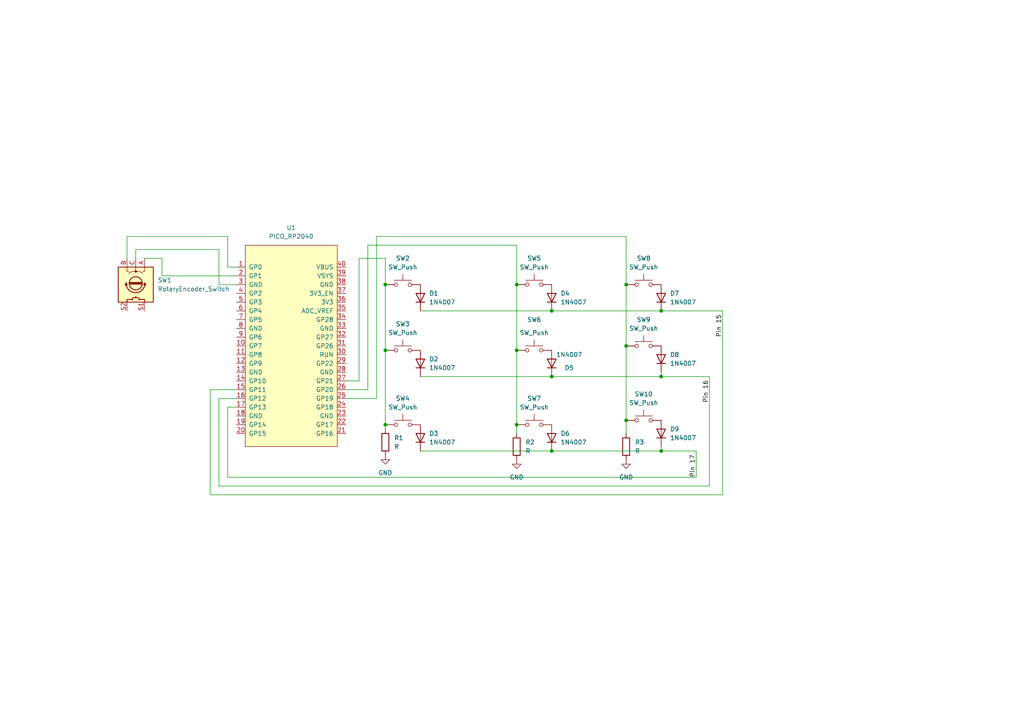
<source format=kicad_sch>
(kicad_sch (version 20211123) (generator eeschema)
  (paper "A4")
  (title_block (title "MacroPad") (date "2022-01-14") (rev "0.0.1") (comment 1 "Author: Shahriyar Shawon"))
  (lib_symbols
    (symbol "Device:R" (pin_numbers hide) (pin_names (offset 0))
      (property "Reference" "R" (at 2.032 0 90))
      (property "Value" "R" (at 0 0 90))
      (symbol "R_0_1"
        (rectangle (start -1.016 -2.54) (end 1.016 2.54) (stroke (width 0.254)))
      )
      (symbol "R_1_1"
        (pin passive line (at 0 3.81 270) (length 1.27) (name "~") (number "1"))
        (pin passive line (at 0 -3.81 90) (length 1.27) (name "~") (number "2"))
      )
    )
    (symbol "Device:RotaryEncoder_Switch" (pin_names (offset 0.254) hide)
      (property "Reference" "SW" (at 0 6.604 0))
      (property "Value" "RotaryEncoder_Switch" (at 0 -6.604 0))
      (symbol "RotaryEncoder_Switch_0_1"
        (rectangle (start -5.08 5.08) (end 5.08 -5.08) (stroke (width 0.254)) (fill (type background)))
        (circle (center -3.81 0) (radius 0.254) (fill (type outline)))
        (arc (start -0.381 -2.794) (mid 2.3622 -0.0635) (end -0.381 2.667) (stroke (width 0.254)))
        (circle (center -0.381 0) (radius 1.905) (stroke (width 0.254)))
        (polyline (pts (xy -0.635 -1.778) (xy -0.635 1.778)) (stroke (width 0.254)))
        (polyline (pts (xy -0.381 -1.778) (xy -0.381 1.778)) (stroke (width 0.254)))
        (polyline (pts (xy -0.127 1.778) (xy -0.127 -1.778)) (stroke (width 0.254)))
        (polyline (pts (xy 3.81 0) (xy 3.429 0)) (stroke (width 0.254)))
        (polyline (pts (xy 3.81 1.016) (xy 3.81 -1.016)) (stroke (width 0.254)))
        (polyline (pts (xy -5.08 -2.54) (xy -3.81 -2.54) (xy -3.81 -2.032)))
        (polyline (pts (xy -5.08 2.54) (xy -3.81 2.54) (xy -3.81 2.032)))
        (polyline (pts (xy 0.254 -3.048) (xy -0.508 -2.794) (xy 0.127 -2.413)) (stroke (width 0.254)))
        (polyline (pts (xy 0.254 2.921) (xy -0.508 2.667) (xy 0.127 2.286)) (stroke (width 0.254)))
        (polyline (pts (xy 5.08 -2.54) (xy 4.318 -2.54) (xy 4.318 -1.016)) (stroke (width 0.254)))
        (polyline (pts (xy 5.08 2.54) (xy 4.318 2.54) (xy 4.318 1.016)) (stroke (width 0.254)))
        (polyline (pts (xy -5.08 0) (xy -3.81 0) (xy -3.81 -1.016) (xy -3.302 -2.032)))
        (polyline (pts (xy -4.318 0) (xy -3.81 0) (xy -3.81 1.016) (xy -3.302 2.032)))
        (circle (center 4.318 -1.016) (radius 0.127) (stroke (width 0.254)))
        (circle (center 4.318 1.016) (radius 0.127) (stroke (width 0.254)))
      )
      (symbol "RotaryEncoder_Switch_1_1"
        (pin passive line (at -7.62 2.54 0) (length 2.54) (name "A") (number "A"))
        (pin passive line (at -7.62 -2.54 0) (length 2.54) (name "B") (number "B"))
        (pin passive line (at -7.62 0 0) (length 2.54) (name "C") (number "C"))
        (pin passive line (at 7.62 2.54 180) (length 2.54) (name "S1") (number "S1"))
        (pin passive line (at 7.62 -2.54 180) (length 2.54) (name "S2") (number "S2"))
      )
    )
    (symbol "Diode:1N4007" (pin_numbers hide) (pin_names (offset 1.016) hide)
      (property "Reference" "D" (at 0 2.54 0))
      (property "Value" "1N4007" (at 0 -2.54 0))
      (symbol "1N4007_0_1"
        (polyline (pts (xy -1.27 1.27) (xy -1.27 -1.27)) (stroke (width 0.254)))
        (polyline (pts (xy 1.27 0) (xy -1.27 0)))
        (polyline (pts (xy 1.27 1.27) (xy 1.27 -1.27) (xy -1.27 0) (xy 1.27 1.27)) (stroke (width 0.254)))
      )
      (symbol "1N4007_1_1"
        (pin passive line (at -3.81 0 0) (length 2.54) (name "K") (number "1"))
        (pin passive line (at 3.81 0 180) (length 2.54) (name "A") (number "2"))
      )
    )
    (symbol "Switch:SW_Push" (pin_numbers hide) (pin_names (offset 1.016) hide)
      (property "Reference" "SW" (at 1.27 2.54 0))
      (property "Value" "SW_Push" (at 0 -1.524 0))
      (symbol "SW_Push_0_1"
        (circle (center -2.032 0) (radius 0.508))
        (polyline (pts (xy 0 1.27) (xy 0 3.048)))
        (polyline (pts (xy 2.54 1.27) (xy -2.54 1.27)))
        (circle (center 2.032 0) (radius 0.508))
        (pin passive line (at -5.08 0 0) (length 2.54) (name "1") (number "1"))
        (pin passive line (at 5.08 0 180) (length 2.54) (name "2") (number "2"))
      )
    )
    (symbol "pico:PICO_RP2040" (pin_names (offset 1.016))
      (property "Reference" "U" (at -2.54 36.83 0))
      (property "Value" "PICO_RP2040" (at -1.27 33.02 0))
      (symbol "PICO_RP2040_0_1"
        (polyline (pts (xy -13.97 30.48) (xy 12.7 30.48) (xy 12.7 -27.94) (xy -13.97 -27.94) (xy -13.97 30.48)) (fill (type background)))
      )
      (symbol "PICO_RP2040_1_1"
        (pin tri_state line (at -16.51 24.13 0) (length 2.54) (name "GP0") (number "1"))
        (pin tri_state line (at -16.51 1.27 0) (length 2.54) (name "GP7") (number "10"))
        (pin tri_state line (at -16.51 -1.27 0) (length 2.54) (name "GP8") (number "11"))
        (pin tri_state line (at -16.51 -3.81 0) (length 2.54) (name "GP9") (number "12"))
        (pin input line (at -16.51 -6.35 0) (length 2.54) (name "GND") (number "13"))
        (pin tri_state line (at -16.51 -8.89 0) (length 2.54) (name "GP10") (number "14"))
        (pin tri_state line (at -16.51 -11.43 0) (length 2.54) (name "GP11") (number "15"))
        (pin tri_state line (at -16.51 -13.97 0) (length 2.54) (name "GP12") (number "16"))
        (pin tri_state line (at -16.51 -16.51 0) (length 2.54) (name "GP13") (number "17"))
        (pin input line (at -16.51 -19.05 0) (length 2.54) (name "GND") (number "18"))
        (pin tri_state line (at -16.51 -21.59 0) (length 2.54) (name "GP14") (number "19"))
        (pin tri_state line (at -16.51 21.59 0) (length 2.54) (name "GP1") (number "2"))
        (pin tri_state line (at -16.51 -24.13 0) (length 2.54) (name "GP15") (number "20"))
        (pin tri_state line (at 15.24 -24.13 180) (length 2.54) (name "GP16") (number "21"))
        (pin tri_state line (at 15.24 -21.59 180) (length 2.54) (name "GP17") (number "22"))
        (pin input line (at 15.24 -19.05 180) (length 2.54) (name "GND") (number "23"))
        (pin tri_state line (at 15.24 -16.51 180) (length 2.54) (name "GP18") (number "24"))
        (pin tri_state line (at 15.24 -13.97 180) (length 2.54) (name "GP19") (number "25"))
        (pin tri_state line (at 15.24 -11.43 180) (length 2.54) (name "GP20") (number "26"))
        (pin tri_state line (at 15.24 -8.89 180) (length 2.54) (name "GP21") (number "27"))
        (pin input line (at 15.24 -6.35 180) (length 2.54) (name "GND") (number "28"))
        (pin tri_state line (at 15.24 -3.81 180) (length 2.54) (name "GP22") (number "29"))
        (pin input line (at -16.51 19.05 0) (length 2.54) (name "GND") (number "3"))
        (pin input line (at 15.24 -1.27 180) (length 2.54) (name "RUN") (number "30"))
        (pin tri_state line (at 15.24 1.27 180) (length 2.54) (name "GP26") (number "31"))
        (pin tri_state line (at 15.24 3.81 180) (length 2.54) (name "GP27") (number "32"))
        (pin input line (at 15.24 6.35 180) (length 2.54) (name "GND") (number "33"))
        (pin tri_state line (at 15.24 8.89 180) (length 2.54) (name "GP28") (number "34"))
        (pin power_out line (at 15.24 11.43 180) (length 2.54) (name "ADC_VREF") (number "35"))
        (pin power_out line (at 15.24 13.97 180) (length 2.54) (name "3V3") (number "36"))
        (pin power_out line (at 15.24 16.51 180) (length 2.54) (name "3V3_EN") (number "37"))
        (pin input line (at 15.24 19.05 180) (length 2.54) (name "GND") (number "38"))
        (pin input line (at 15.24 21.59 180) (length 2.54) (name "VSYS") (number "39"))
        (pin tri_state line (at -16.51 16.51 0) (length 2.54) (name "GP2") (number "4"))
        (pin input line (at 15.24 24.13 180) (length 2.54) (name "VBUS") (number "40"))
        (pin tri_state line (at -16.51 13.97 0) (length 2.54) (name "GP3") (number "5"))
        (pin tri_state line (at -16.51 11.43 0) (length 2.54) (name "GP4") (number "6"))
        (pin tri_state line (at -16.51 8.89 0) (length 2.54) (name "GP5") (number "7"))
        (pin input line (at -16.51 6.35 0) (length 2.54) (name "GND") (number "8"))
        (pin tri_state line (at -16.51 3.81 0) (length 2.54) (name "GP6") (number "9"))
      )
    )
    (symbol "power:GND" (power) (pin_names (offset 0))
      (property "Value" "GND" (at 0 -3.81 0))
      (symbol "GND_0_1"
        (polyline (pts (xy 0 0) (xy 0 -1.27) (xy 1.27 -1.27) (xy 0 -2.54) (xy -1.27 -1.27) (xy 0 -1.27)))
      )
      (symbol "GND_1_1"
        (pin power_in line (at 0 0 270) (length 0) hide (name "GND") (number "1"))
      )
    )
  )
  (junction (at 160.02 130.81))
  (junction (at 111.76 101.6))
  (junction (at 160.02 109.22))
  (junction (at 181.61 100.33))
  (junction (at 191.77 130.81))
  (junction (at 191.77 90.17))
  (junction (at 160.02 90.17))
  (junction (at 149.86 82.55))
  (junction (at 111.76 82.55))
  (junction (at 181.61 121.92))
  (junction (at 181.61 82.55))
  (junction (at 149.86 123.19))
  (junction (at 149.86 101.6))
  (junction (at 111.76 123.19))
  (junction (at 191.77 109.22))
  (wire (pts (xy 111.76 74.93) (xy 104.14 74.93)))
  (wire (pts (xy 66.04 68.58) (xy 66.04 77.47)))
  (wire (pts (xy 111.76 82.55) (xy 111.76 74.93)))
  (wire (pts (xy 60.96 143.51) (xy 209.55 143.51)))
  (wire (pts (xy 106.68 71.12) (xy 149.86 71.12)))
  (wire (pts (xy 201.93 138.43) (xy 201.93 130.81)))
  (wire (pts (xy 111.76 101.6) (xy 111.76 123.19)))
  (wire (pts (xy 191.77 129.54) (xy 191.77 130.81)))
  (wire (pts (xy 66.04 138.43) (xy 66.04 118.11)))
  (wire (pts (xy 36.83 68.58) (xy 66.04 68.58)))
  (wire (pts (xy 191.77 107.95) (xy 191.77 109.22)))
  (wire (pts (xy 60.96 113.03) (xy 60.96 143.51)))
  (wire (pts (xy 209.55 143.51) (xy 209.55 90.17)))
  (wire (pts (xy 106.68 113.03) (xy 106.68 71.12)))
  (wire (pts (xy 121.92 90.17) (xy 160.02 90.17)))
  (wire (pts (xy 181.61 121.92) (xy 181.61 125.73)))
  (wire (pts (xy 209.55 90.17) (xy 191.77 90.17)))
  (wire (pts (xy 149.86 123.19) (xy 149.86 125.73)))
  (wire (pts (xy 181.61 68.58) (xy 181.61 82.55)))
  (wire (pts (xy 36.83 74.93) (xy 36.83 68.58)))
  (wire (pts (xy 104.14 74.93) (xy 104.14 110.49)))
  (wire (pts (xy 68.58 113.03) (xy 60.96 113.03)))
  (wire (pts (xy 160.02 90.17) (xy 191.77 90.17)))
  (wire (pts (xy 46.99 80.01) (xy 46.99 74.93)))
  (wire (pts (xy 100.33 113.03) (xy 106.68 113.03)))
  (wire (pts (xy 66.04 118.11) (xy 68.58 118.11)))
  (wire (pts (xy 111.76 82.55) (xy 111.76 101.6)))
  (wire (pts (xy 181.61 100.33) (xy 181.61 121.92)))
  (wire (pts (xy 63.5 140.97) (xy 205.74 140.97)))
  (wire (pts (xy 181.61 82.55) (xy 181.61 100.33)))
  (wire (pts (xy 121.92 130.81) (xy 160.02 130.81)))
  (wire (pts (xy 39.37 74.93) (xy 39.37 72.39)))
  (wire (pts (xy 149.86 82.55) (xy 149.86 101.6)))
  (wire (pts (xy 205.74 109.22) (xy 191.77 109.22)))
  (wire (pts (xy 149.86 101.6) (xy 149.86 123.19)))
  (wire (pts (xy 109.22 68.58) (xy 181.61 68.58)))
  (wire (pts (xy 39.37 72.39) (xy 63.5 72.39)))
  (wire (pts (xy 46.99 74.93) (xy 41.91 74.93)))
  (wire (pts (xy 66.04 138.43) (xy 201.93 138.43)))
  (wire (pts (xy 109.22 115.57) (xy 109.22 68.58)))
  (wire (pts (xy 66.04 77.47) (xy 68.58 77.47)))
  (wire (pts (xy 149.86 71.12) (xy 149.86 82.55)))
  (wire (pts (xy 63.5 82.55) (xy 68.58 82.55)))
  (wire (pts (xy 100.33 115.57) (xy 109.22 115.57)))
  (wire (pts (xy 111.76 123.19) (xy 111.76 124.46)))
  (wire (pts (xy 100.33 110.49) (xy 104.14 110.49)))
  (wire (pts (xy 191.77 109.22) (xy 160.02 109.22)))
  (wire (pts (xy 191.77 130.81) (xy 160.02 130.81)))
  (wire (pts (xy 68.58 115.57) (xy 63.5 115.57)))
  (wire (pts (xy 201.93 130.81) (xy 191.77 130.81)))
  (wire (pts (xy 205.74 140.97) (xy 205.74 109.22)))
  (wire (pts (xy 63.5 72.39) (xy 63.5 82.55)))
  (wire (pts (xy 121.92 109.22) (xy 160.02 109.22)))
  (wire (pts (xy 63.5 115.57) (xy 63.5 140.97)))
  (wire (pts (xy 46.99 80.01) (xy 68.58 80.01)))
  (label "Pin 15" (at 209.55 97.79 90))
  (label "Pin 17" (at 201.93 138.43 90))
  (label "Pin 16" (at 205.74 116.84 90))
  (symbol (lib_id "Diode:1N4007") (at 121.92 127 90) (unit 1)
    (property "Reference" "D3" (at 124.46 125.7299 90) (effects (justify right)))
    (property "Value" "1N4007" (at 124.46 128.2699 90) (effects (justify right)))
    (property "Footprint" "Diode_THT:D_DO-41_SOD81_P10.16mm_Horizontal" (effects hide))
    (property "Datasheet" "http://www.vishay.com/docs/88503/1n4001.pdf" (effects hide))
  )
  (symbol (lib_id "Switch:SW_Push") (at 154.94 101.6 0) (unit 1)
    (property "Reference" "SW6" (at 154.94 92.71 0))
    (property "Value" "SW_Push" (at 154.94 96.52 0))
    (property "Footprint" "Button_Switch_THT:KSA_Tactile_SPST" (effects hide))
  )
  (symbol (lib_id "Device:R") (at 111.76 128.27 0) (unit 1)
    (property "Reference" "R1" (at 114.3 126.9999 0) (effects (justify left)))
    (property "Value" "R" (at 114.3 129.5399 0) (effects (justify left)))
    (property "Footprint" "Resistor_THT:R_Axial_DIN0207_L6.3mm_D2.5mm_P7.62mm_Horizontal" (effects hide))
  )
  (symbol (lib_id "Diode:1N4007") (at 121.92 105.41 90) (unit 1)
    (property "Reference" "D2" (at 124.46 104.1399 90) (effects (justify right)))
    (property "Value" "1N4007" (at 124.46 106.6799 90) (effects (justify right)))
    (property "Footprint" "Diode_THT:D_DO-41_SOD81_P10.16mm_Horizontal" (effects hide))
    (property "Datasheet" "http://www.vishay.com/docs/88503/1n4001.pdf" (effects hide))
  )
  (symbol (lib_id "Switch:SW_Push") (at 154.94 123.19 0) (unit 1)
    (property "Reference" "SW7" (at 154.94 115.57 0))
    (property "Value" "SW_Push" (at 154.94 118.11 0))
    (property "Footprint" "Button_Switch_THT:KSA_Tactile_SPST" (effects hide))
  )
  (symbol (lib_id "Device:RotaryEncoder_Switch") (at 39.37 82.55 270) (unit 1)
    (property "Reference" "SW1" (at 45.72 81.2799 90) (effects (justify left)))
    (property "Value" "RotaryEncoder_Switch" (at 45.72 83.8199 90) (effects (justify left)))
    (property "Footprint" "Rotary_Encoder:RotaryEncoder_Alps_EC11E-Switch_Vertical_H20mm" (effects hide))
  )
  (symbol (lib_id "Switch:SW_Push") (at 154.94 82.55 0) (unit 1)
    (property "Reference" "SW5" (at 154.94 74.93 0))
    (property "Value" "SW_Push" (at 154.94 77.47 0))
    (property "Footprint" "Button_Switch_THT:KSA_Tactile_SPST" (effects hide))
  )
  (symbol (lib_id "Diode:1N4007") (at 191.77 125.73 90) (unit 1)
    (property "Reference" "D9" (at 194.31 124.4599 90) (effects (justify right)))
    (property "Value" "1N4007" (at 194.31 126.9999 90) (effects (justify right)))
    (property "Footprint" "Diode_THT:D_DO-41_SOD81_P10.16mm_Horizontal" (effects hide))
    (property "Datasheet" "http://www.vishay.com/docs/88503/1n4001.pdf" (effects hide))
  )
  (symbol (lib_id "Diode:1N4007") (at 160.02 127 90) (unit 1)
    (property "Reference" "D6" (at 162.56 125.7299 90) (effects (justify right)))
    (property "Value" "1N4007" (at 162.56 128.2699 90) (effects (justify right)))
    (property "Footprint" "Diode_THT:D_DO-41_SOD81_P10.16mm_Horizontal" (effects hide))
    (property "Datasheet" "http://www.vishay.com/docs/88503/1n4001.pdf" (effects hide))
  )
  (symbol (lib_id "Switch:SW_Push") (at 116.84 101.6 0) (unit 1)
    (property "Reference" "SW3" (at 116.84 93.98 0))
    (property "Value" "SW_Push" (at 116.84 96.52 0))
    (property "Footprint" "Button_Switch_THT:KSA_Tactile_SPST" (effects hide))
  )
  (symbol (lib_id "power:GND") (at 111.76 132.08 0) (unit 1)
    (property "Reference" "#PWR01" (effects hide))
    (property "Value" "GND" (at 111.76 137.16 0))
  )
  (symbol (lib_id "Switch:SW_Push") (at 186.69 121.92 0) (unit 1)
    (property "Reference" "SW10" (at 186.69 114.3 0))
    (property "Value" "SW_Push" (at 186.69 116.84 0))
    (property "Footprint" "Button_Switch_THT:KSA_Tactile_SPST" (effects hide))
  )
  (symbol (lib_id "Switch:SW_Push") (at 186.69 100.33 0) (unit 1)
    (property "Reference" "SW9" (at 186.69 92.71 0))
    (property "Value" "SW_Push" (at 186.69 95.25 0))
    (property "Footprint" "Button_Switch_THT:KSA_Tactile_SPST" (effects hide))
  )
  (symbol (lib_id "Diode:1N4007") (at 121.92 86.36 90) (unit 1)
    (property "Reference" "D1" (at 124.46 85.0899 90) (effects (justify right)))
    (property "Value" "1N4007" (at 124.46 87.6299 90) (effects (justify right)))
    (property "Footprint" "Diode_THT:D_DO-41_SOD81_P10.16mm_Horizontal" (effects hide))
    (property "Datasheet" "http://www.vishay.com/docs/88503/1n4001.pdf" (effects hide))
  )
  (symbol (lib_id "Device:R") (at 149.86 129.54 0) (unit 1)
    (property "Reference" "R2" (at 152.4 128.2699 0) (effects (justify left)))
    (property "Value" "R" (at 152.4 130.8099 0) (effects (justify left)))
    (property "Footprint" "Resistor_THT:R_Axial_DIN0207_L6.3mm_D2.5mm_P7.62mm_Horizontal" (effects hide))
  )
  (symbol (lib_id "Diode:1N4007") (at 191.77 104.14 90) (unit 1)
    (property "Reference" "D8" (at 194.31 102.8699 90) (effects (justify right)))
    (property "Value" "1N4007" (at 194.31 105.4099 90) (effects (justify right)))
    (property "Footprint" "Diode_THT:D_DO-41_SOD81_P10.16mm_Horizontal" (effects hide))
    (property "Datasheet" "http://www.vishay.com/docs/88503/1n4001.pdf" (effects hide))
  )
  (symbol (lib_id "Diode:1N4007") (at 191.77 86.36 90) (unit 1)
    (property "Reference" "D7" (at 194.31 85.0899 90) (effects (justify right)))
    (property "Value" "1N4007" (at 194.31 87.6299 90) (effects (justify right)))
    (property "Footprint" "Diode_THT:D_DO-41_SOD81_P10.16mm_Horizontal" (effects hide))
    (property "Datasheet" "http://www.vishay.com/docs/88503/1n4001.pdf" (effects hide))
  )
  (symbol (lib_id "Device:R") (at 181.61 129.54 0) (unit 1)
    (property "Reference" "R3" (at 184.15 128.2699 0) (effects (justify left)))
    (property "Value" "R" (at 184.15 130.8099 0) (effects (justify left)))
    (property "Footprint" "Resistor_THT:R_Axial_DIN0207_L6.3mm_D2.5mm_P7.62mm_Horizontal" (effects hide))
  )
  (symbol (lib_id "Switch:SW_Push") (at 116.84 123.19 0) (unit 1)
    (property "Reference" "SW4" (at 116.84 115.57 0))
    (property "Value" "SW_Push" (at 116.84 118.11 0))
    (property "Footprint" "Button_Switch_THT:KSA_Tactile_SPST" (effects hide))
  )
  (symbol (lib_id "power:GND") (at 149.86 133.35 0) (unit 1)
    (property "Reference" "#PWR02" (effects hide))
    (property "Value" "GND" (at 149.86 138.43 0))
  )
  (symbol (lib_id "Diode:1N4007") (at 160.02 105.41 90) (unit 1)
    (property "Reference" "D5" (at 165.1 106.68 90))
    (property "Value" "1N4007" (at 165.1 102.87 90))
    (property "Footprint" "Diode_THT:D_DO-41_SOD81_P10.16mm_Horizontal" (effects hide))
    (property "Datasheet" "http://www.vishay.com/docs/88503/1n4001.pdf" (effects hide))
  )
  (symbol (lib_id "Switch:SW_Push") (at 186.69 82.55 0) (unit 1)
    (property "Reference" "SW8" (at 186.69 74.93 0))
    (property "Value" "SW_Push" (at 186.69 77.47 0))
    (property "Footprint" "Button_Switch_THT:KSA_Tactile_SPST" (effects hide))
  )
  (symbol (lib_id "power:GND") (at 181.61 133.35 0) (unit 1)
    (property "Reference" "#PWR03" (effects hide))
    (property "Value" "GND" (at 181.61 138.43 0))
  )
  (symbol (lib_id "pico:PICO_RP2040") (at 85.09 101.6 0) (unit 1)
    (property "Reference" "U1" (at 84.455 66.04 0))
    (property "Value" "PICO_RP2040" (at 84.455 68.58 0))
    (property "Footprint" "MacropadFootprints:RPiPico" (effects hide))
  )
  (symbol (lib_id "Switch:SW_Push") (at 116.84 82.55 0) (unit 1)
    (property "Reference" "SW2" (at 116.84 74.93 0))
    (property "Value" "SW_Push" (at 116.84 77.47 0))
    (property "Footprint" "Button_Switch_THT:KSA_Tactile_SPST" (effects hide))
  )
  (symbol (lib_id "Diode:1N4007") (at 160.02 86.36 90) (unit 1)
    (property "Reference" "D4" (at 162.56 85.0899 90) (effects (justify right)))
    (property "Value" "1N4007" (at 162.56 87.6299 90) (effects (justify right)))
    (property "Footprint" "Diode_THT:D_DO-41_SOD81_P10.16mm_Horizontal" (effects hide))
    (property "Datasheet" "http://www.vishay.com/docs/88503/1n4001.pdf" (effects hide))
  )
)
</source>
